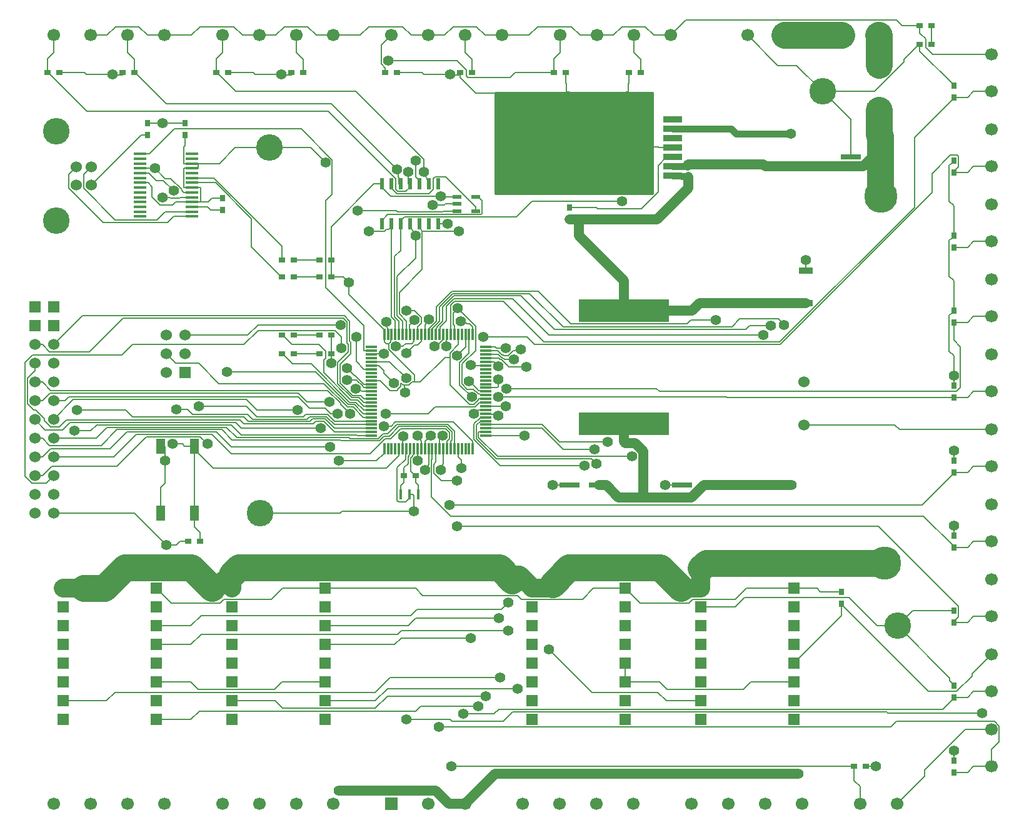
<source format=gtl>
*
*
G04 PADS 9.3.1 Build Number: 456998 generated Gerber (RS-274-X) file*
G04 PC Version=2.1*
*
%IN "Mega2560DriverBoard.pcb"*%
*
%MOIN*%
*
%FSLAX35Y35*%
*
*
*
*
G04 PC Standard Apertures*
*
*
G04 Thermal Relief Aperture macro.*
%AMTER*
1,1,$1,0,0*
1,0,$1-$2,0,0*
21,0,$3,$4,0,0,45*
21,0,$3,$4,0,0,135*
%
*
*
G04 Annular Aperture macro.*
%AMANN*
1,1,$1,0,0*
1,0,$2,0,0*
%
*
*
G04 Odd Aperture macro.*
%AMODD*
1,1,$1,0,0*
1,0,$1-0.005,0,0*
%
*
*
G04 PC Custom Aperture Macros*
*
*
*
*
*
*
G04 PC Aperture Table*
*
%ADD010C,0.001*%
%ADD011C,0.01*%
%ADD013R,0.05906X0.01181*%
%ADD014R,0.01181X0.05906*%
%ADD015R,0.01575X0.05512*%
%ADD016R,0.038X0.03*%
%ADD017C,0.06693*%
%ADD018R,0.02362X0.05906*%
%ADD019R,0.05X0.02*%
%ADD020R,0.09843X0.0374*%
%ADD021R,0.11024X0.0315*%
%ADD022R,0.07677X0.03346*%
%ADD023R,0.03X0.038*%
%ADD024R,0.47992X0.12303*%
%ADD025R,0.12795X0.07283*%
%ADD026C,0.06*%
%ADD027R,0.06X0.06*%
%ADD028R,0.06693X0.06693*%
%ADD029R,0.05118X0.08268*%
%ADD030R,0.07087X0.01772*%
%ADD031C,0.14173*%
%ADD032C,0.05433*%
%ADD033C,0.006*%
%ADD034C,0.09843*%
%ADD035C,0.05276*%
%ADD036C,0.0374*%
%ADD037C,0.055*%
%ADD128C,0.17717*%
*
*
*
*
G04 PC Circuitry*
G04 Layer Name Mega2560DriverBoard.pcb - circuitry*
%LPD*%
*
*
G04 PC Custom Flashes*
G04 Layer Name Mega2560DriverBoard.pcb - flashes*
%LPD*%
*
*
G04 PC Circuitry*
G04 Layer Name Mega2560DriverBoard.pcb - circuitry*
%LPD*%
*
G54D10*
G54D11*
G01X1505106Y2042491D02*
Y2077509D01*
X1508750Y2081154*
X1543769*
X1547413Y2077509*
Y2042491*
X1543769Y2038846*
X1508750*
X1505106Y2042491*
X1508597Y2039000D02*
X1543923D01*
X1507597Y2040000D02*
X1544923D01*
X1506597Y2041000D02*
X1545923D01*
X1505597Y2042000D02*
X1546923D01*
X1505106Y2043000D02*
X1547413D01*
X1505106Y2044000D02*
X1547413D01*
X1505106Y2045000D02*
X1547413D01*
X1505106Y2046000D02*
X1547413D01*
X1505106Y2047000D02*
X1547413D01*
X1505106Y2048000D02*
X1547413D01*
X1505106Y2049000D02*
X1547413D01*
X1505106Y2050000D02*
X1547413D01*
X1505106Y2051000D02*
X1547413D01*
X1505106Y2052000D02*
X1547413D01*
X1505106Y2053000D02*
X1547413D01*
X1505106Y2054000D02*
X1547413D01*
X1505106Y2055000D02*
X1547413D01*
X1505106Y2056000D02*
X1547413D01*
X1505106Y2057000D02*
X1547413D01*
X1505106Y2058000D02*
X1547413D01*
X1505106Y2059000D02*
X1547413D01*
X1505106Y2060000D02*
X1547413D01*
X1505106Y2061000D02*
X1547413D01*
X1505106Y2062000D02*
X1547413D01*
X1505106Y2063000D02*
X1547413D01*
X1505106Y2064000D02*
X1547413D01*
X1505106Y2065000D02*
X1547413D01*
X1505106Y2066000D02*
X1547413D01*
X1505106Y2067000D02*
X1547413D01*
X1505106Y2068000D02*
X1547413D01*
X1505106Y2069000D02*
X1547413D01*
X1505106Y2070000D02*
X1547413D01*
X1505106Y2071000D02*
X1547413D01*
X1505106Y2072000D02*
X1547413D01*
X1505106Y2073000D02*
X1547413D01*
X1505106Y2074000D02*
X1547413D01*
X1505106Y2075000D02*
X1547413D01*
X1505106Y2076000D02*
X1547413D01*
X1505106Y2077000D02*
X1547413D01*
X1505597Y2078000D02*
X1546923D01*
X1506597Y2079000D02*
X1545923D01*
X1507597Y2080000D02*
X1544923D01*
X1508597Y2081000D02*
X1543923D01*
X1506000Y2041597D02*
Y2078403D01*
X1507000Y2040597D02*
Y2079403D01*
X1508000Y2039597D02*
Y2080403D01*
X1509000Y2038846D02*
Y2081154D01*
X1510000Y2038846D02*
Y2081154D01*
X1511000Y2038846D02*
Y2081154D01*
X1512000Y2038846D02*
Y2081154D01*
X1513000Y2038846D02*
Y2081154D01*
X1514000Y2038846D02*
Y2081154D01*
X1515000Y2038846D02*
Y2081154D01*
X1516000Y2038846D02*
Y2081154D01*
X1517000Y2038846D02*
Y2081154D01*
X1518000Y2038846D02*
Y2081154D01*
X1519000Y2038846D02*
Y2081154D01*
X1520000Y2038846D02*
Y2081154D01*
X1521000Y2038846D02*
Y2081154D01*
X1522000Y2038846D02*
Y2081154D01*
X1523000Y2038846D02*
Y2081154D01*
X1524000Y2038846D02*
Y2081154D01*
X1525000Y2038846D02*
Y2081154D01*
X1526000Y2038846D02*
Y2081154D01*
X1527000Y2038846D02*
Y2081154D01*
X1528000Y2038846D02*
Y2081154D01*
X1529000Y2038846D02*
Y2081154D01*
X1530000Y2038846D02*
Y2081154D01*
X1531000Y2038846D02*
Y2081154D01*
X1532000Y2038846D02*
Y2081154D01*
X1533000Y2038846D02*
Y2081154D01*
X1534000Y2038846D02*
Y2081154D01*
X1535000Y2038846D02*
Y2081154D01*
X1536000Y2038846D02*
Y2081154D01*
X1537000Y2038846D02*
Y2081154D01*
X1538000Y2038846D02*
Y2081154D01*
X1539000Y2038846D02*
Y2081154D01*
X1540000Y2038846D02*
Y2081154D01*
X1541000Y2038846D02*
Y2081154D01*
X1542000Y2038846D02*
Y2081154D01*
X1543000Y2038846D02*
Y2081154D01*
X1544000Y2039077D02*
Y2080923D01*
X1545000Y2040077D02*
Y2079923D01*
X1546000Y2041077D02*
Y2078923D01*
X1547000Y2042077D02*
Y2077923D01*
X1549500Y2089500D02*
Y2035500D01*
X1465500*
Y2089500*
X1549500*
X1465500Y2089499D02*
X1549500D01*
X1465500Y2088599D02*
X1549500D01*
X1465500Y2087699D02*
X1549500D01*
X1465500Y2086799D02*
X1549500D01*
X1465500Y2085899D02*
X1549500D01*
X1465500Y2084999D02*
X1549500D01*
X1465500Y2084099D02*
X1549500D01*
X1465500Y2083199D02*
X1549500D01*
X1465500Y2082299D02*
X1549500D01*
X1465500Y2081399D02*
X1549500D01*
X1465500Y2080499D02*
X1549500D01*
X1465500Y2079599D02*
X1549500D01*
X1465500Y2078699D02*
X1549500D01*
X1465500Y2077799D02*
X1549500D01*
X1465500Y2076899D02*
X1549500D01*
X1465500Y2075999D02*
X1549500D01*
X1465500Y2075099D02*
X1549500D01*
X1465500Y2074199D02*
X1549500D01*
X1465500Y2073299D02*
X1549500D01*
X1465500Y2072399D02*
X1549500D01*
X1465500Y2071499D02*
X1549500D01*
X1465500Y2070599D02*
X1549500D01*
X1465500Y2069699D02*
X1549500D01*
X1465500Y2068799D02*
X1549500D01*
X1465500Y2067899D02*
X1549500D01*
X1465500Y2066999D02*
X1549500D01*
X1465500Y2066099D02*
X1549500D01*
X1465500Y2065199D02*
X1549500D01*
X1465500Y2064299D02*
X1549500D01*
X1465500Y2063399D02*
X1549500D01*
X1465500Y2062499D02*
X1549500D01*
X1465500Y2061599D02*
X1549500D01*
X1465500Y2060699D02*
X1549500D01*
X1465500Y2059799D02*
X1549500D01*
X1465500Y2058899D02*
X1549500D01*
X1465500Y2057999D02*
X1549500D01*
X1465500Y2057099D02*
X1549500D01*
X1465500Y2056199D02*
X1549500D01*
X1465500Y2055299D02*
X1549500D01*
X1465500Y2054399D02*
X1549500D01*
X1465500Y2053499D02*
X1549500D01*
X1465500Y2052599D02*
X1549500D01*
X1465500Y2051699D02*
X1549500D01*
X1465500Y2050799D02*
X1549500D01*
X1465500Y2049899D02*
X1549500D01*
X1465500Y2048999D02*
X1549500D01*
X1465500Y2048099D02*
X1549500D01*
X1465500Y2047199D02*
X1549500D01*
X1465500Y2046299D02*
X1549500D01*
X1465500Y2045399D02*
X1549500D01*
X1465500Y2044499D02*
X1549500D01*
X1465500Y2043599D02*
X1549500D01*
X1465500Y2042699D02*
X1549500D01*
X1465500Y2041799D02*
X1549500D01*
X1465500Y2040899D02*
X1549500D01*
X1465500Y2039999D02*
X1549500D01*
X1465500Y2039099D02*
X1549500D01*
X1465500Y2038199D02*
X1549500D01*
X1465500Y2037299D02*
X1549500D01*
X1465500Y2036399D02*
X1549500D01*
G54D13*
X1399488Y1953622D03*
Y1951654D03*
Y1949685D03*
Y1947717D03*
Y1945748D03*
Y1943780D03*
Y1941811D03*
Y1939843D03*
Y1937874D03*
Y1935906D03*
Y1933937D03*
Y1931969D03*
Y1930000D03*
Y1928031D03*
Y1926063D03*
Y1924094D03*
Y1922126D03*
Y1920157D03*
Y1918189D03*
Y1916220D03*
Y1914252D03*
Y1912283D03*
Y1910315D03*
Y1908346D03*
Y1906378D03*
X1460512D03*
Y1908346D03*
Y1910315D03*
Y1912283D03*
Y1914252D03*
Y1916220D03*
Y1918189D03*
Y1920157D03*
Y1922126D03*
Y1924094D03*
Y1926063D03*
Y1928031D03*
Y1930000D03*
Y1931969D03*
Y1933937D03*
Y1935906D03*
Y1937874D03*
Y1939843D03*
Y1941811D03*
Y1943780D03*
Y1945748D03*
Y1947717D03*
Y1949685D03*
Y1951654D03*
Y1953622D03*
G54D14*
X1406378Y1899488D03*
X1408346D03*
X1410315D03*
X1412283D03*
X1414252D03*
X1416220D03*
X1418189D03*
X1420157D03*
X1422126D03*
X1424094D03*
X1426063D03*
X1428031D03*
X1430000D03*
X1431969D03*
X1433937D03*
X1435906D03*
X1437874D03*
X1439843D03*
X1441811D03*
X1443780D03*
X1445748D03*
X1447717D03*
X1449685D03*
X1451654D03*
X1453622D03*
Y1960512D03*
X1451654D03*
X1449685D03*
X1447717D03*
X1445748D03*
X1443780D03*
X1441811D03*
X1439843D03*
X1437874D03*
X1435906D03*
X1433937D03*
X1431969D03*
X1430000D03*
X1428031D03*
X1426063D03*
X1424094D03*
X1422126D03*
X1420157D03*
X1418189D03*
X1416220D03*
X1414252D03*
X1412283D03*
X1410315D03*
X1408346D03*
X1406378D03*
G54D15*
X1415000Y1875000D03*
X1419724D03*
X1424449D03*
G54D16*
X1416900Y1885000D03*
X1423100D03*
X1446900Y2100000D03*
X1453100D03*
X1536900D03*
X1543100D03*
X1413100D03*
X1406900D03*
X1323100D03*
X1316900D03*
X1233100D03*
X1226900D03*
X1266900D03*
X1273100D03*
X1503100D03*
X1496900D03*
X1356900D03*
X1363100D03*
X1691900Y2115000D03*
X1698100D03*
Y2125000D03*
X1691900D03*
X1663100Y1730000D03*
X1656900D03*
X1301900Y1850000D03*
X1308100D03*
X1358100Y1960000D03*
X1351900D03*
X1378100D03*
X1371900D03*
X1358100Y1950000D03*
X1351900D03*
X1378100D03*
X1371900D03*
X1378100Y1991000D03*
X1371900D03*
X1378100Y2000000D03*
X1371900D03*
X1351900Y1991000D03*
X1358100D03*
X1351900Y2000000D03*
X1358100D03*
G54D17*
X1500000Y2120000D03*
X1519685D03*
X1539370D03*
X1559055D03*
X1410000D03*
X1429685D03*
X1449370D03*
X1469055D03*
X1320000D03*
X1339685D03*
X1359370D03*
X1379055D03*
X1230000D03*
X1249685D03*
X1269370D03*
X1289055D03*
X1600000D03*
X1619685D03*
X1650000D03*
X1669685D03*
X1480000Y1710000D03*
X1499685D03*
X1519370D03*
X1539055D03*
X1320000D03*
X1339685D03*
X1359370D03*
X1379055D03*
X1230000D03*
X1249685D03*
X1269370D03*
X1289055D03*
X1660000D03*
X1679685D03*
X1429685D03*
X1449370D03*
X1570000D03*
X1589685D03*
X1609370D03*
X1629055D03*
X1730000Y1730000D03*
Y1749685D03*
Y1770000D03*
Y1789685D03*
Y1810000D03*
Y1829685D03*
Y1850000D03*
Y1869685D03*
Y1890000D03*
Y1909685D03*
Y1930000D03*
Y1949685D03*
Y1970000D03*
Y1989685D03*
Y2010000D03*
Y2029685D03*
Y2050000D03*
Y2069685D03*
Y2090000D03*
Y2109685D03*
G54D18*
X1405000Y2019370D03*
X1410000D03*
X1415000D03*
X1420000D03*
X1425000D03*
X1430000D03*
X1435000D03*
Y2040630D03*
X1430000D03*
X1425000D03*
X1420000D03*
X1415000D03*
X1410000D03*
X1405000D03*
G54D19*
X1455000Y2026250D03*
Y2033750D03*
X1445000Y2030000D03*
Y2026250D03*
Y2033750D03*
G54D20*
X1560000Y2045000D03*
Y2050000D03*
Y2055000D03*
Y2060000D03*
Y2065000D03*
Y2070000D03*
Y2075000D03*
G54D21*
X1655000Y2055000D03*
X1670748D03*
X1505000Y1880000D03*
X1520748D03*
X1565000D03*
X1580748D03*
G54D22*
X1631000Y1977000D03*
Y1994520D03*
G54D23*
X1505000Y2021900D03*
Y2028100D03*
X1280000Y2073100D03*
Y2066900D03*
X1300000D03*
Y2073100D03*
X1320000Y2026900D03*
Y2033100D03*
X1650000Y1816900D03*
Y1823100D03*
X1710000Y1733100D03*
Y1726900D03*
Y1773100D03*
Y1766900D03*
Y1813100D03*
Y1806900D03*
Y1853100D03*
Y1846900D03*
Y1893100D03*
Y1886900D03*
Y1933100D03*
Y1926900D03*
Y1973100D03*
Y1966900D03*
Y2013100D03*
Y2006900D03*
Y2053100D03*
Y2046900D03*
Y2093100D03*
Y2086900D03*
G54D24*
X1534000Y1973000D03*
Y1912783D03*
G54D25*
X1670000Y2080000D03*
Y2104000D03*
G54D26*
X1630000Y1935000D03*
Y1912165D03*
X1290000Y1960000D03*
X1300000D03*
X1290000Y1950000D03*
X1300000D03*
X1290000Y1940000D03*
X1250000Y2040000D03*
Y2049843D03*
X1242126D03*
Y2040000D03*
X1230000Y1955000D03*
X1220000D03*
X1230000Y1945000D03*
X1220000D03*
X1230000Y1935000D03*
X1220000D03*
X1230000Y1925000D03*
X1220000D03*
X1230000Y1915000D03*
X1220000D03*
X1230000Y1905000D03*
X1220000D03*
X1230000Y1895000D03*
X1220000D03*
X1230000Y1885000D03*
X1220000D03*
X1230000Y1875000D03*
X1220000D03*
X1230000Y1865000D03*
X1220000D03*
G54D27*
X1235315Y1825000D03*
Y1815000D03*
Y1805000D03*
Y1795000D03*
Y1785000D03*
Y1775000D03*
Y1765000D03*
Y1755000D03*
X1284685D03*
Y1765000D03*
Y1775000D03*
Y1785000D03*
Y1795000D03*
Y1805000D03*
Y1815000D03*
Y1825000D03*
X1325315D03*
Y1815000D03*
Y1805000D03*
Y1795000D03*
Y1785000D03*
Y1775000D03*
Y1765000D03*
Y1755000D03*
X1374685D03*
Y1765000D03*
Y1775000D03*
Y1785000D03*
Y1795000D03*
Y1805000D03*
Y1815000D03*
Y1825000D03*
X1485315D03*
Y1815000D03*
Y1805000D03*
Y1795000D03*
Y1785000D03*
Y1775000D03*
Y1765000D03*
Y1755000D03*
X1534685D03*
Y1765000D03*
Y1775000D03*
Y1785000D03*
Y1795000D03*
Y1805000D03*
Y1815000D03*
Y1825000D03*
X1300000Y1940000D03*
X1575315Y1825000D03*
Y1815000D03*
Y1805000D03*
Y1795000D03*
Y1785000D03*
Y1775000D03*
Y1765000D03*
Y1755000D03*
X1624685D03*
Y1765000D03*
Y1775000D03*
Y1785000D03*
Y1795000D03*
Y1805000D03*
Y1815000D03*
Y1825000D03*
X1230000Y1975000D03*
X1220000D03*
X1230000Y1965000D03*
X1220000D03*
G54D28*
X1410000Y1710000D03*
G54D29*
X1287205Y1900827D03*
Y1865000D03*
X1305000Y1900827D03*
Y1865000D03*
G54D30*
X1276024Y2056634D03*
Y2054075D03*
Y2051516D03*
Y2048957D03*
Y2046398D03*
Y2043839D03*
Y2041280D03*
Y2038720D03*
Y2036161D03*
Y2033602D03*
Y2031043D03*
Y2028484D03*
Y2025925D03*
Y2023366D03*
X1303976D03*
Y2025925D03*
Y2028484D03*
Y2031043D03*
Y2033602D03*
Y2036161D03*
Y2038720D03*
Y2041280D03*
Y2043839D03*
Y2046398D03*
Y2048957D03*
Y2051516D03*
Y2054075D03*
Y2056634D03*
G54D31*
X1231496Y2068622D03*
Y2021220D03*
X1680000Y1805000D03*
X1340000Y1865000D03*
X1345000Y2060000D03*
X1640000Y2090000D03*
X1246002Y1825000D02*
X1257000D01*
X1268000Y1836000*
X1303628*
X1314628Y1825000*
X1325315Y1832500D02*
X1328815Y1836000D01*
X1467765*
X1474628Y1829137*
X1496002Y1827165D02*
X1504836Y1836000D01*
X1553628*
X1564628Y1825000*
X1575315Y1835687D02*
X1578128Y1838500D01*
X1673000*
X1670000Y2080000D02*
Y2067000D01*
X1670748Y2066252*
Y2055000*
Y2034000*
X1671000*
X1619685Y2120000D02*
X1650000D01*
X1669685D02*
X1670000D01*
Y2104000*
G54D32*
X1382000Y1717000D02*
X1433908D01*
X1440908Y1710000*
X1449370*
X1465370Y1726000*
X1627000*
X1520748Y1880000D02*
X1524685D01*
X1531185Y1873500*
X1544567*
X1570311*
X1576811Y1880000*
X1580748*
X1623500*
X1534000Y1912783D02*
Y1903315D01*
X1534815Y1902500*
X1540079*
X1544567Y1898013*
Y1873500*
X1510004Y2021900D02*
X1551933D01*
X1568500Y2038467*
Y2044500*
X1510004Y2021900D02*
Y2013181D01*
X1534000Y1989185*
Y1973000*
X1505000Y2021900D02*
X1510004D01*
X1568238Y2050567D02*
Y2050738D01*
X1568500Y2051000*
X1608643*
X1609643Y2050000*
X1660345*
X1661811*
X1666811Y2055000*
X1670748*
G54D33*
X1679685Y1710000D02*
X1694519Y1724834D01*
Y1728181*
X1716023Y1749685*
X1730000*
X1710000Y1726900D02*
X1717400D01*
X1720500Y1730000*
X1730000*
X1235315Y1765000D02*
X1258314D01*
X1262814Y1769500*
X1401551*
X1409551Y1777500*
X1468000*
X1284685Y1755000D02*
X1303314D01*
X1307814Y1759500*
X1423293*
X1425793Y1762000*
X1456500*
X1325315Y1765000D02*
X1348314D01*
X1352314Y1761000*
X1401551*
X1408051Y1767500*
X1460500*
X1374685Y1765000D02*
X1401551D01*
X1408051Y1771500*
X1477500*
X1442000Y1730000D02*
X1656900D01*
X1418000Y1755000D02*
X1441500D01*
X1442500Y1754000*
X1469820*
X1474820Y1759000*
X1674404*
X1674904Y1758500*
X1725000*
X1448500Y1758000D02*
X1464901D01*
X1467401Y1760500*
X1704000*
X1710000Y1766500*
Y1766900*
X1435500Y1751000D02*
X1676634D01*
X1679634Y1754000*
X1731690*
X1734246Y1751444*
Y1743210*
X1656900Y1730000D02*
Y1722600D01*
X1660000Y1719500*
Y1710000*
X1663100Y1730000D02*
X1668500D01*
X1710000Y1738500D02*
Y1733100D01*
X1730000Y1730000D02*
Y1738963D01*
X1734246Y1743210*
X1710000Y1766900D02*
X1717527D01*
X1720627Y1770000*
X1730000*
X1284685Y1805000D02*
X1303314D01*
X1308814Y1810500*
X1420648*
X1423933Y1813785*
X1468785*
X1472500Y1817500*
X1284685Y1795000D02*
X1303314D01*
X1308814Y1800500*
X1413398*
X1415398Y1802500*
X1472500*
X1284685Y1775000D02*
X1303314D01*
X1307314Y1771000*
X1347686*
X1351686Y1775000*
X1374685*
Y1805000D02*
X1419218D01*
X1423218Y1809000*
X1467500*
X1374685Y1795000D02*
X1411968D01*
X1415468Y1798500*
X1452500*
X1494000Y1792500D02*
X1517000Y1769500D01*
X1552186*
X1556686Y1765000*
X1575315*
X1534685Y1785000D02*
Y1775000D01*
X1553314*
X1557314Y1771000*
X1597686*
X1601686Y1775000*
X1624685*
Y1785000D02*
X1650000Y1810315D01*
Y1816900*
X1680000Y1805000D02*
X1707864Y1777136D01*
Y1775636*
X1710000Y1773500*
Y1773100*
X1680000Y1805000D02*
X1688100Y1813100D01*
X1710000*
Y1806900D02*
Y1807300D01*
X1712400Y1809700*
X1710000Y1806900D02*
X1717527D01*
X1720627Y1810000*
X1730000*
X1284685Y1825000D02*
X1292685Y1817000D01*
X1318983*
X1320983Y1819000*
X1346166*
X1352166Y1825000*
X1374685*
X1290000Y1848000D02*
X1295500D01*
X1297500Y1850000*
X1301900*
X1374685Y1825000D02*
X1423028D01*
X1426878Y1821150*
X1477472*
X1479443Y1819179*
X1512137*
X1517958Y1825000*
X1534685*
X1542685Y1817000*
X1568983*
X1570983Y1819000*
X1593443*
X1599443Y1825000*
X1624685*
X1575315Y1815000D02*
X1593443D01*
X1598443Y1820000*
X1654293*
X1669293Y1805000*
X1680000*
X1624685Y1825000D02*
X1637000D01*
X1638900Y1823100*
X1650000*
Y1816900D02*
Y1816500D01*
X1696500Y1770000*
X1711573*
X1719699Y1778126*
Y1779384*
X1730000Y1789685*
X1710000Y1846900D02*
X1717400D01*
X1720500Y1850000*
X1730000*
X1230000Y1865000D02*
X1273000D01*
X1290000Y1848000*
X1220000Y1885000D02*
X1224000D01*
X1229000Y1890000*
X1263678*
X1279539Y1905861*
X1308139*
X1312000Y1902000*
X1287205Y1865000D02*
Y1878705D01*
X1289500Y1881000*
Y1893000*
X1305000Y1865000D02*
Y1857733D01*
X1308100Y1854633*
Y1850000*
X1305000Y1865000D02*
Y1900827D01*
X1340000Y1865000D02*
X1382668D01*
X1383668Y1866000*
X1422000*
X1413313Y1871871D02*
Y1889313D01*
X1417898Y1893898*
Y1899488*
X1418189*
X1413313Y1871871D02*
X1414184Y1871000D01*
X1417693*
X1419724Y1873031*
Y1875000*
X1415000D02*
Y1879678D01*
X1416900Y1881578*
Y1885000*
X1432850Y1886488D02*
X1436838Y1882500D01*
X1445000*
X1432850Y1886488D02*
Y1891219D01*
X1433937Y1892306*
Y1899488*
X1431650Y1873688D02*
X1441838Y1863500D01*
X1693800*
X1710000Y1847300*
Y1846900*
X1431650Y1873688D02*
Y1893516D01*
X1431969Y1893835*
Y1899488*
X1420350Y1887350D02*
Y1894512D01*
X1421338Y1895500*
X1422126Y1897616*
Y1899488*
X1420350Y1887350D02*
X1422700Y1885000D01*
X1423100*
X1441000Y1869500D02*
X1693000D01*
X1710000Y1886500*
Y1886900*
X1428000Y1888000D02*
X1430000Y1891162D01*
Y1899488*
X1445000Y1858000D02*
X1669773D01*
X1712400Y1815373*
Y1809700*
X1436500Y1888000D02*
X1437874Y1891788D01*
Y1899488*
X1423100Y1885000D02*
Y1881400D01*
X1424449Y1880051*
Y1875000*
X1416900Y1885000D02*
Y1889301D01*
X1419124Y1891526*
Y1895016*
X1419608Y1895500*
X1420157Y1898336*
Y1899488*
X1419724Y1875000D02*
X1421412D01*
X1422000Y1874412*
Y1866000*
X1496000Y1880000D02*
X1505000D01*
X1556000D02*
X1565000D01*
X1710000Y1858500D02*
Y1853100D01*
Y1886900D02*
X1717400D01*
X1720500Y1890000*
X1730000*
X1216000Y1923485D02*
Y1937000D01*
X1220000Y1941000*
Y1945000*
X1216000Y1923485D02*
X1219485Y1920000D01*
X1220515*
X1225000Y1915515*
Y1914485*
X1228385Y1911100*
X1233153*
X1236753Y1914700*
X1329469*
X1331419Y1912750*
X1368498*
X1369898Y1914150*
X1374176*
X1379979Y1908346*
X1399488*
X1241000Y1909000D02*
X1249988D01*
X1253088Y1912100*
X1324751*
X1330072Y1906779*
X1391651*
X1392052Y1906378*
X1399488*
X1242500Y1920000D02*
X1268494D01*
X1272176Y1916318*
X1331491*
X1333859Y1913950*
X1366911*
X1368311Y1915350*
X1374837*
X1379872Y1910315*
X1399488*
X1220000Y1895000D02*
X1224000D01*
X1228500Y1899500*
X1260240*
X1269240Y1908500*
X1316977*
X1324977Y1900500*
X1377500*
X1230000Y1895000D02*
X1262247D01*
X1274307Y1907061*
X1314490*
X1324701Y1896850*
X1398733*
X1406671Y1904788*
X1409694*
X1415056Y1910150*
X1439012*
X1441150Y1908012*
Y1904818*
X1220000Y1905000D02*
X1224000D01*
X1227900Y1901100*
X1255334*
X1263934Y1909700*
X1319702*
X1325175Y1904227*
X1382963*
X1383502Y1903687*
X1403685*
X1406251Y1906253*
X1409026*
X1414123Y1911350*
X1439509*
X1442350Y1908509*
Y1904000*
X1230000Y1905000D02*
X1252666D01*
X1258566Y1910900*
X1322268*
X1327664Y1905504*
X1387411*
X1388027Y1904887*
X1403000*
X1405699Y1907586*
X1408225*
X1413189Y1912550*
X1440006*
X1443780Y1908776*
Y1899488*
X1220000Y1915000D02*
X1225500Y1909500D01*
X1234794*
X1238794Y1913500*
X1327010*
X1330010Y1910500*
X1372500*
X1230000Y1915000D02*
X1240650Y1925650D01*
X1332940*
X1338590Y1920000*
X1360000*
X1220000Y1925000D02*
X1224000D01*
X1228000Y1929000*
X1360500*
X1365000Y1924500*
X1377000*
X1230000Y1925000D02*
X1236000D01*
X1238000Y1927000*
X1360500*
X1366500Y1921000*
X1374736*
X1377736Y1918000*
X1381500*
X1293500Y1902000D02*
X1298759D01*
X1299932Y1900827*
X1305000*
X1295500Y1920500D02*
X1301494D01*
X1304059Y1917935*
X1333481*
X1336266Y1915150*
X1365203*
X1366603Y1916550*
X1375502*
X1379768Y1912283*
X1399488*
X1287205Y1900827D02*
X1289464D01*
Y1896993*
X1289500Y1893000*
X1307500Y1922000D02*
X1332940D01*
X1338590Y1916350*
X1363255*
X1364655Y1917750*
X1376175*
X1379673Y1914252*
X1399488*
X1305000Y1900827D02*
Y1899252D01*
X1315252Y1889000*
X1407617*
X1414252Y1895635*
Y1899488*
X1406000Y1911500D02*
X1410000D01*
X1412250Y1913750*
X1443213*
X1453622Y1903341*
Y1899488*
X1382000Y1893000D02*
X1402252D01*
X1406378Y1897126*
Y1899488*
X1407000Y1918000D02*
X1429744D01*
X1433469Y1921725*
X1454939*
X1457309Y1924094*
X1460512*
X1455459Y1904918D02*
Y1912047D01*
X1457664Y1914252*
X1460512*
X1455459Y1904918D02*
X1466227Y1894150D01*
X1516850*
X1519500Y1891500*
X1454259Y1904420D02*
Y1912815D01*
X1457664Y1916220*
X1460512*
X1454259Y1904420D02*
X1468180Y1890500D01*
X1513000*
X1454000Y1918000D02*
X1456157Y1920157D01*
X1460512*
X1424000Y1893000D02*
X1424094D01*
Y1899488*
X1424000Y1906500D02*
X1426063Y1903401D01*
Y1899488*
X1445748D02*
Y1895252D01*
X1447500Y1893500*
Y1889000*
X1441811Y1899488D02*
Y1903461D01*
X1442350Y1904000*
X1439843Y1899488D02*
Y1903511D01*
X1441150Y1904818*
X1435906Y1899488D02*
Y1904906D01*
X1437500Y1906500*
X1428031Y1899488D02*
Y1903531D01*
X1431000Y1906500*
X1416220Y1899488D02*
Y1906000D01*
X1416500*
X1456659Y1908346D02*
Y1905415D01*
X1466724Y1895350*
X1527356*
X1527506Y1895500*
X1538500*
X1456659Y1908346D02*
X1460512D01*
X1467000Y1927000D02*
X1589000D01*
X1589100Y1926900*
X1710000*
X1460512Y1922126D02*
X1465794D01*
X1465920Y1922000*
X1471000*
X1460512Y1918189D02*
X1461924D01*
X1467000Y1917000*
X1460512Y1912283D02*
X1490479D01*
X1499762Y1903000*
X1525500*
X1460512Y1910315D02*
X1473171D01*
X1473356Y1910500*
X1490479*
X1501979Y1899000*
X1518500*
X1460512Y1906378D02*
X1470796D01*
X1470918Y1906500*
X1481000*
X1630000Y1912165D02*
X1678587D01*
X1681067Y1909685*
X1730000*
X1710000Y1898500D02*
Y1893100D01*
Y1926900D02*
X1717527D01*
X1720627Y1930000*
X1730000*
X1214800Y1945315D02*
Y1884685D01*
X1218485Y1881000*
X1226000*
X1230000Y1885000*
X1214800Y1945315D02*
X1218985Y1949500D01*
X1266560*
X1272060Y1955000*
X1331500*
X1339000Y1962500*
X1380273*
X1383500Y1959273*
Y1953000*
X1220000Y1935000D02*
X1224000D01*
X1228500Y1930500*
X1376162*
X1383035Y1923627*
Y1922965*
X1388000Y1918000*
X1220000Y1955000D02*
X1224000D01*
X1227900Y1951100*
X1249039*
X1267089Y1969150*
X1384512*
X1386650Y1967012*
Y1955672*
X1387150Y1955172*
Y1950991*
X1230000Y1955000D02*
X1245350Y1970350D01*
X1385009*
X1387850Y1967509*
Y1956828*
X1388350Y1956328*
Y1949997*
X1290000Y1950000D02*
X1295000Y1945000D01*
X1307555*
X1318280Y1934275*
X1374146*
X1386664Y1921756*
X1389729*
X1395265Y1916220*
X1399488*
X1322500Y1940500D02*
X1369741D01*
X1387241Y1923000*
X1390489*
X1395300Y1918189*
X1399488*
X1300000Y1960000D02*
X1333500D01*
X1339000Y1965500*
X1383000*
X1374000Y1939944D02*
X1388507Y1925438D01*
X1388507D02*
X1392043D01*
X1392043D02*
X1395355Y1922126D01*
X1399488*
X1374000Y1939944D02*
Y1946795D01*
X1375000Y1947795*
X1351900Y1950000D02*
X1352300D01*
X1357650Y1944650*
X1367412*
X1387843Y1924219*
X1391274*
X1395336Y1920157*
X1399488*
X1358100Y1950000D02*
X1371900D01*
X1351900Y1960000D02*
X1352300D01*
X1357300Y1955000*
X1371573*
X1375000Y1951573*
Y1947795*
X1358100Y1960000D02*
X1371900D01*
X1413350Y1930850D02*
Y1931188D01*
X1415081Y1932919*
X1415244Y1933082*
Y1934594*
X1416488Y1933350*
X1417000*
X1408678Y1955444D02*
Y1952572D01*
X1422500Y1938750*
Y1934994*
X1408678Y1955444D02*
X1409734Y1956500D01*
X1410315Y1959218*
Y1960512*
X1381500Y1939500D02*
X1381650Y1939650D01*
Y1945491*
X1387150Y1950991*
X1381500Y1939500D02*
Y1934141D01*
X1388997Y1926644*
X1392810*
X1395359Y1924094*
X1399488*
X1382850Y1934488D02*
Y1944497D01*
X1388350Y1949997*
X1382850Y1934488D02*
X1389488Y1927850D01*
X1393831*
X1395618Y1926063*
X1399488*
X1386500Y1942500D02*
X1390440Y1938560D01*
X1390906*
X1395529Y1933937*
X1399488*
X1407500Y1967000D02*
X1408346Y1961160D01*
Y1960512*
X1378000Y1945000D02*
Y1950000D01*
X1378100*
X1391000Y1931500D02*
X1394662Y1930000D01*
X1399488*
X1386500Y1936000D02*
X1391662D01*
X1395000Y1932662*
Y1932604*
X1395635Y1931969*
X1399488*
X1412500Y1954000D02*
X1416244D01*
X1417744Y1955500*
X1421000*
X1422126Y1956626*
Y1960512*
X1391500Y1959000D02*
Y1945946D01*
X1395635Y1941811*
X1399488*
X1378100Y1960000D02*
Y1950000D01*
X1406378Y1960512D02*
Y1956544D01*
X1407478Y1955444*
X1408678*
X1399488Y1935906D02*
X1404094D01*
X1409500Y1930500*
X1413000*
X1413350Y1930850*
X1399488Y1943780D02*
X1403341D01*
X1406130Y1940990*
Y1939870*
X1411500Y1934500*
X1399488Y1945748D02*
X1409252D01*
X1418000Y1937000*
X1399488Y1949685D02*
Y1949976D01*
X1402141*
X1406000Y1950000*
X1417000Y1933350D02*
X1419512D01*
X1421156Y1934994*
X1417000Y1933350D02*
Y1930000D01*
X1417500Y1929500*
X1441350Y1948200D02*
Y1950600D01*
X1445748Y1954998*
Y1960512*
X1441350Y1948200D02*
Y1933488D01*
X1451838Y1923000*
X1454162*
X1456659Y1925497*
Y1926063*
X1460512*
X1422500Y1934994D02*
X1425494D01*
X1438700Y1948200*
X1441350*
X1421156Y1934994D02*
X1422500D01*
Y1968000D02*
X1419919Y1965419D01*
Y1960512*
X1420157*
X1447850Y1933988D02*
Y1944671D01*
X1455113Y1951934*
X1447850Y1933988D02*
X1450588Y1931250D01*
X1453912*
X1456500Y1928662*
X1459021Y1928031*
X1460512*
X1453000Y1927000D02*
X1446650Y1933350D01*
Y1945327*
X1451654Y1950331*
Y1960512*
X1452500Y1944000D02*
Y1943780D01*
X1460512*
X1451500Y1935500D02*
X1455000Y1932000D01*
X1455079*
X1456000Y1931079*
Y1931000*
X1456500Y1930500*
X1459744Y1930000*
X1460512*
X1418000Y1950500D02*
X1422370Y1954870D01*
X1424274*
X1426063Y1956659*
Y1960512*
X1445000Y1949000D02*
X1449685Y1953685D01*
Y1960512*
X1447000Y1967500D02*
X1450822Y1966160D01*
X1451840*
X1453622Y1964378*
Y1960512*
X1433000Y1954000D02*
X1434210D01*
X1437874Y1957664*
Y1960512*
X1439500Y1954000D02*
X1439552Y1957859D01*
Y1960512*
X1439843*
X1424094D02*
Y1964399D01*
X1426150Y1966454*
X1428031Y1960512D02*
Y1965307D01*
X1430000Y1968500*
Y1960512D02*
Y1963359D01*
X1431248Y1964607*
X1431269*
X1434128Y1967466*
Y1975078*
X1442450Y1983400*
X1488335*
X1505787Y1965948*
X1567834*
X1569885Y1968000*
X1583000*
X1431969Y1960512D02*
Y1963571D01*
X1435805Y1967407*
Y1975058*
X1442947Y1982200*
X1483993*
X1501843Y1964350*
X1591695*
X1595995Y1968650*
X1616350*
X1619500Y1965500*
X1433937Y1960512D02*
Y1962210D01*
X1434634Y1964500*
X1437500Y1967366*
Y1975056*
X1443444Y1981000*
X1479224*
X1497224Y1963000*
X1599232*
X1601232Y1965000*
X1612500*
X1435906Y1960512D02*
X1436196D01*
Y1964365*
X1439500Y1967669*
Y1975359*
X1443641Y1979500*
X1474755*
X1494255Y1960000*
X1608500*
X1441811Y1960512D02*
Y1975973D01*
X1443988Y1978150*
X1469853*
X1491653Y1956350*
X1617135*
X1689029Y2028245*
Y2065529*
X1710000Y2086500*
Y2086900*
X1471500Y1931500D02*
X1551567D01*
X1553067Y1930000*
X1711573*
X1713650Y1932077*
Y1953850*
X1459000Y1959000D02*
X1482484D01*
X1486484Y1955000*
X1617482*
X1698500Y2036018*
Y2046273*
X1708227Y2056000*
X1711773*
X1712400Y2055373*
Y2049700*
X1460512Y1953622D02*
X1465546D01*
X1466168Y1953000*
X1471000*
X1460512Y1951654D02*
X1466988D01*
X1469142Y1949500*
X1469811*
X1470311Y1949000*
X1472338*
X1475000Y1951662*
X1479000Y1952500*
X1460512Y1949685D02*
X1467207D01*
X1468664Y1948228*
X1469284*
X1470512Y1947000*
X1475500*
X1460512Y1947717D02*
X1467425D01*
X1468142Y1947000*
X1468713*
X1472713Y1943000*
X1482000*
X1460512Y1945748D02*
X1464752D01*
X1467000Y1943500*
X1460512Y1931969D02*
X1466469D01*
X1467000Y1932500*
Y1936500*
X1710000Y1966900D02*
Y1957500D01*
X1713650Y1953850*
X1710000Y1966900D02*
X1717400D01*
X1720500Y1970000*
X1730000*
X1710000Y1933100D02*
Y1938500D01*
X1375300Y1985442D02*
Y2031899D01*
X1378650Y2035249*
X1375300Y1985442D02*
X1395500Y1965242D01*
Y1951789*
X1395635Y1951654*
X1399488*
X1358100Y2000000D02*
X1371900D01*
X1358100Y1991000D02*
X1371900D01*
X1411950Y2001950D02*
Y1969909D01*
X1414252Y1967607*
Y1960512*
X1411950Y2001950D02*
X1415000Y2005000D01*
Y2019370*
X1414350Y1982674D02*
Y1971307D01*
X1418189Y1967468*
Y1960512*
X1414350Y1982674D02*
X1426650Y1994974D01*
Y2015500*
X1413150Y1991335D02*
Y1970608D01*
X1416220Y1967537*
Y1960512*
X1413150Y1991335D02*
X1423000Y2001185D01*
Y2013000*
X1387500Y1988000D02*
Y1981752D01*
X1406378Y1962874*
Y1960512*
X1378100Y2000000D02*
Y2017762D01*
X1400968Y2040630*
X1405000*
X1378100Y2000000D02*
Y1991000D01*
X1384500*
X1387500Y1988000*
X1445592Y1974408D02*
X1443011Y1971827D01*
Y1965730*
X1443780Y1964962*
Y1960512*
X1445592Y1974408D02*
X1445500Y1974500D01*
X1455113Y1964887*
Y1951934*
X1418000Y1973000D02*
X1422662D01*
X1426150Y1969512*
Y1966454*
X1631000Y2000000D02*
Y1994520D01*
X1707600Y1970827D02*
X1710000Y1972173D01*
Y1973100*
X1707600Y1970827D02*
Y1951376D01*
X1710000Y1948976*
Y1938500*
Y2006900D02*
X1717400D01*
X1720500Y2010000*
X1730000*
X1246100Y2038385D02*
Y2045943D01*
X1250000Y2049843*
X1246100Y2038385D02*
X1262985Y2021500D01*
X1285230*
X1289655Y2025925*
X1303976*
X1238226Y2038385D02*
Y2045943D01*
X1242126Y2049843*
X1238226Y2038385D02*
X1256611Y2020000D01*
X1290797*
X1294163Y2023366*
X1303976*
X1250000Y2040000D02*
X1276900Y2066900D01*
X1280000*
X1284000Y2049000D02*
X1289500Y2043500D01*
X1292662*
X1298500Y2037662*
Y2037194*
X1299533Y2036161*
X1303976*
X1288000Y2033500D02*
X1291994D01*
X1292494Y2033000*
X1297046*
X1297649Y2033602*
X1303976*
X1276024Y2041280D02*
X1280467D01*
X1282500Y2039246*
Y2033838*
X1286838Y2029500*
X1293500*
X1295043Y2031043*
X1303976*
X1276024Y2046398D02*
X1280954D01*
X1284886Y2042465*
X1288535*
X1294000Y2037000*
X1276024Y2048957D02*
X1284000D01*
Y2049000*
X1308420Y2031043D02*
X1312543D01*
X1314600Y2033100*
X1320000*
X1303976Y2048957D02*
X1299533D01*
Y2038720*
X1303976*
Y2048957D02*
X1307220D01*
Y2051516*
X1303976Y2043839D02*
X1315631D01*
X1351900Y2007570*
Y2000000*
X1303976Y2041280D02*
X1316493D01*
X1335500Y2022273*
Y2007000*
X1351500Y1991000*
X1351900*
X1303976Y2038720D02*
X1308420D01*
Y2031043*
X1303976D02*
X1308420D01*
X1303976Y2028484D02*
X1312218D01*
X1313802Y2026900*
X1320000*
X1409834Y2038692D02*
X1413026Y2035500D01*
X1430277*
X1432500Y2037723*
Y2043537*
X1433463Y2044500*
X1439023*
X1455000Y2028523*
Y2026250*
X1409834Y2038692D02*
Y2040630D01*
X1410000*
X1413000Y2048500D02*
X1414119Y2043283D01*
Y2040630*
X1415000*
X1392000Y2026500D02*
X1412744D01*
X1413394Y2025850*
X1437350*
X1437750Y2026250*
X1445000*
X1398000Y2015500D02*
X1406537D01*
X1407500Y2016463*
X1410000Y2016856*
Y2019370*
X1405000Y2040630D02*
Y2038858D01*
X1409858Y2034000*
X1436500*
X1415000Y2019370D02*
Y2021142D01*
X1417081Y2023223*
X1438222*
X1438295Y2023150*
X1476874*
X1485224Y2031500*
X1533000*
X1410000Y2019370D02*
Y1969909D01*
X1412283Y1967625*
Y1960512*
X1405000Y2019370D02*
Y2021142D01*
X1408281Y2024423*
X1440387*
X1440459Y2024350*
X1457873*
X1458400Y2024877*
Y2031850*
X1426650Y2015500D02*
X1446000D01*
X1432000Y2029500D02*
X1438375D01*
X1438875Y2030000*
X1445000*
X1436500Y2034000D02*
Y2033813D01*
X1436500D02*
X1445000D01*
X1445000D02*
Y2033750D01*
X1419000Y2047000D02*
X1419119Y2043283D01*
Y2040630*
X1420000*
X1427500Y2047000D02*
X1430000Y2041259D01*
Y2040630*
X1455000Y2033750D02*
X1456500D01*
X1458400Y2031850*
X1435000Y2019370D02*
Y2019500D01*
X1440000*
X1425000Y2019370D02*
Y2018112D01*
X1426650Y2015500*
X1420000Y2019370D02*
Y2018263D01*
X1423000Y2013000*
X1505000Y2028100D02*
X1519400D01*
X1520000Y2027500*
X1543480*
X1552539Y2036559*
Y2050604*
X1556942Y2055006*
X1560000*
Y2055000*
X1707600Y2010827D02*
X1710000Y2012173D01*
Y2013100*
X1707600Y2010827D02*
Y1991400D01*
X1710000Y1989000*
Y1973100*
Y2046900D02*
Y2047300D01*
X1712400Y2049700*
X1710000Y2046900D02*
X1717527D01*
X1720627Y2050000*
X1730000*
X1288000Y2073000D02*
X1294575D01*
X1294675Y2073100*
X1300000*
X1280000D02*
X1283325D01*
X1283425Y2073000*
X1288000*
X1276024Y2056634D02*
X1281134D01*
X1294500Y2070000*
X1362162*
X1378650Y2053512*
Y2035249*
X1303976Y2051516D02*
X1299533D01*
Y2060533*
X1300000Y2061000*
Y2066900*
X1307220Y2051516D02*
X1303976D01*
X1318474*
X1326959Y2060000*
X1345000*
X1367000*
X1375000Y2052000*
X1423000Y2053000D02*
Y2044402D01*
X1425000Y2042402*
Y2040630*
X1535000Y2089700D02*
X1536583D01*
Y2094092*
X1536900Y2094408*
Y2100000*
X1549700Y2060312D02*
X1552459D01*
X1552770Y2060000*
X1560000*
X1707600Y2050827D02*
X1710000Y2052173D01*
Y2053100*
X1707600Y2050827D02*
Y2031400D01*
X1710000Y2029000*
Y2013100*
Y2086900D02*
X1717400D01*
X1720500Y2090000*
X1730000*
X1226900Y2100000D02*
Y2107527D01*
X1230000Y2110627*
Y2120000*
X1226900Y2100000D02*
X1227300D01*
X1247825Y2079475*
X1376562*
X1412455Y2043582*
Y2037769*
X1413446Y2036777*
X1417919*
X1420000Y2038858*
Y2040630*
X1233100Y2100000D02*
X1246375D01*
X1247375Y2099000*
X1261500*
X1249685Y2120000D02*
X1258648D01*
X1263148Y2124500*
X1275592*
X1280092Y2120000*
X1289055*
X1261500Y2099000D02*
Y2098800D01*
X1266900*
Y2100000*
X1273100D02*
X1273500D01*
X1290000Y2083500*
X1378000*
X1413000Y2048500*
X1289055Y2120000D02*
X1303648D01*
X1308148Y2124500*
X1326222*
X1330722Y2120000*
X1339685*
X1269370D02*
Y2110942D01*
X1273100Y2107212*
Y2100000*
X1316900D02*
Y2107527D01*
X1320000Y2110627*
Y2120000*
X1316900Y2100000D02*
X1317300D01*
X1327300Y2090000*
X1391162*
X1427500Y2053662*
Y2047000*
X1323100Y2100000D02*
X1336375D01*
X1337375Y2099000*
X1351500*
Y2098800*
X1356900*
Y2100000*
X1359370Y2120000D02*
Y2110942D01*
X1363100Y2107212*
Y2100000*
X1339685Y2120000D02*
X1348648D01*
X1353148Y2124500*
X1365592*
X1370092Y2120000*
X1379055*
X1404850Y2114850D02*
Y2104650D01*
X1406900Y2102600*
Y2100000*
X1404850Y2114850D02*
X1410000Y2120000D01*
X1408500Y2106500D02*
X1445073D01*
X1450000Y2101573*
Y2098427*
X1450927Y2097500*
X1473500*
X1476000Y2100000*
X1496900*
X1413100D02*
X1426375D01*
X1427375Y2099000*
X1441500*
X1379055Y2120000D02*
X1393648D01*
X1398148Y2124500*
X1416222*
X1420722Y2120000*
X1429685*
X1441500Y2099000D02*
Y2098800D01*
X1446900*
Y2100000*
Y2097600*
X1455300Y2089200*
X1465300*
X1449370Y2120000D02*
Y2110942D01*
X1453100Y2107212*
Y2100000*
X1429685Y2120000D02*
X1438648D01*
X1443148Y2124500*
X1455592*
X1460092Y2120000*
X1469055*
X1483648*
X1488148Y2124500*
X1506222*
X1510722Y2120000*
X1519685*
X1496900Y2100000D02*
Y2107527D01*
X1500000Y2110627*
Y2120000*
X1503100Y2100000D02*
Y2094400D01*
X1503417Y2094083*
Y2089700*
X1505000*
X1519685Y2120000D02*
X1528648D01*
X1533148Y2124500*
X1545592*
X1550092Y2120000*
X1559055*
X1567055Y2128000*
X1679500*
X1682500Y2125000*
X1691900*
X1539370Y2120000D02*
Y2110942D01*
X1543100Y2107212*
Y2100000*
X1600000Y2120000D02*
X1616170Y2103830D01*
X1626170*
X1640000Y2090000*
X1655000Y2075000*
Y2055000*
X1640000Y2090000D02*
X1667762D01*
X1683500Y2105738*
Y2107000*
X1691500Y2115000*
X1691900*
Y2125000D02*
Y2121100D01*
X1695000Y2118000*
Y2113427*
X1698742Y2109685*
X1730000*
X1691900Y2115000D02*
Y2111600D01*
X1710000Y2093500*
Y2093100*
X1698100Y2115000D02*
Y2125000D01*
G54D34*
X1235315Y1825000D02*
X1246002D01*
X1325315D02*
Y1832500D01*
X1314628Y1825000*
X1485315D02*
Y1825089D01*
X1485404*
X1485315Y1825000D02*
X1493836D01*
X1496002Y1827165*
X1474628Y1829137D02*
X1475137D01*
X1477993Y1831993*
X1478500*
X1485404Y1825089*
X1575315Y1835687D02*
Y1825000D01*
X1564628*
G54D35*
X1534000Y1973000D02*
X1570500D01*
X1574500Y1977000*
X1631000*
G54D36*
X1560000Y2045000D02*
X1563051D01*
X1568500Y2044500*
X1560000Y2070000D02*
X1591336D01*
X1593836Y2067500*
X1623000*
X1560000Y2050000D02*
X1567671D01*
X1568238Y2050567*
G54D37*
X1382000Y1717000D03*
X1627000Y1726000D03*
X1442000Y1730000D03*
X1418000Y1755000D03*
X1448500Y1758000D03*
X1435500Y1751000D03*
X1456500Y1762000D03*
X1460500Y1767500D03*
X1668500Y1730000D03*
X1710000Y1738500D03*
X1725000Y1758500D03*
X1452500Y1798500D03*
X1468000Y1777500D03*
X1472500Y1802500D03*
X1477500Y1771500D03*
X1467500Y1809000D03*
X1494000Y1792500D03*
X1290000Y1848000D03*
X1472500Y1817500D03*
X1422000Y1866000D03*
X1447500Y1889000D03*
X1441000Y1869500D03*
X1428000Y1888000D03*
X1445000Y1858000D03*
Y1882500D03*
X1436500Y1888000D03*
X1496000Y1880000D03*
X1556000D03*
X1623500D03*
X1710000Y1858500D03*
X1241000Y1909000D03*
X1242500Y1920000D03*
X1289500Y1893000D03*
X1293500Y1902000D03*
X1295500Y1920500D03*
X1312000Y1902000D03*
X1307500Y1922000D03*
X1372500Y1910500D03*
X1360000Y1920000D03*
X1406000Y1911500D03*
X1377500Y1900500D03*
X1377000Y1924500D03*
X1388000Y1918000D03*
X1381500D03*
X1382000Y1893000D03*
X1407000Y1918000D03*
X1416500Y1906000D03*
X1417500Y1929500D03*
X1453000Y1927000D03*
X1454000Y1918000D03*
X1424000Y1893000D03*
Y1906500D03*
X1431000D03*
X1437500D03*
X1467000Y1917000D03*
X1471000Y1922000D03*
X1467000Y1927000D03*
X1481000Y1906500D03*
X1518500Y1899000D03*
X1525500Y1903000D03*
X1519500Y1891500D03*
X1513000Y1890500D03*
X1538500Y1895500D03*
X1710000Y1898500D03*
X1322500Y1940500D03*
X1386500Y1942500D03*
X1407500Y1967000D03*
X1378000Y1945000D03*
X1383000Y1965500D03*
X1391000Y1931500D03*
X1383500Y1953000D03*
X1386500Y1936000D03*
X1406000Y1950000D03*
X1412500Y1954000D03*
X1391500Y1959000D03*
X1411500Y1934500D03*
X1452500Y1944000D03*
X1451500Y1935500D03*
X1418000Y1950500D03*
X1445000Y1949000D03*
X1447000Y1967500D03*
X1422500Y1968000D03*
X1418000Y1937000D03*
X1430000Y1968500D03*
X1433000Y1954000D03*
X1439500D03*
X1467000Y1936500D03*
X1475500Y1947000D03*
X1479000Y1952500D03*
X1471000Y1953000D03*
X1467000Y1943500D03*
X1482000Y1943000D03*
X1471500Y1931500D03*
X1459000Y1959000D03*
X1583000Y1968000D03*
X1612500Y1965000D03*
X1608500Y1960000D03*
X1619500Y1965500D03*
X1710000Y1938500D03*
X1387500Y1988000D03*
X1445500Y1974500D03*
X1418000Y1973000D03*
X1631000Y2000000D03*
X1284000Y2049000D03*
X1294000Y2037000D03*
X1288000Y2033500D03*
X1413000Y2048500D03*
X1392000Y2026500D03*
X1398000Y2015500D03*
X1432000Y2029500D03*
X1440000Y2019500D03*
X1436500Y2034000D03*
X1419000Y2047000D03*
X1427500D03*
X1423000Y2013000D03*
X1446000Y2015500D03*
X1533000Y2031500D03*
X1288000Y2073000D03*
X1375000Y2052000D03*
X1423000Y2053000D03*
X1623000Y2067500D03*
X1261500Y2099000D03*
X1351500D03*
X1408500Y2106500D03*
X1441500Y2099000D03*
G54D128*
X1673000Y1838500D03*
X1671000Y2034000D03*
X0Y0D02*
M02*

</source>
